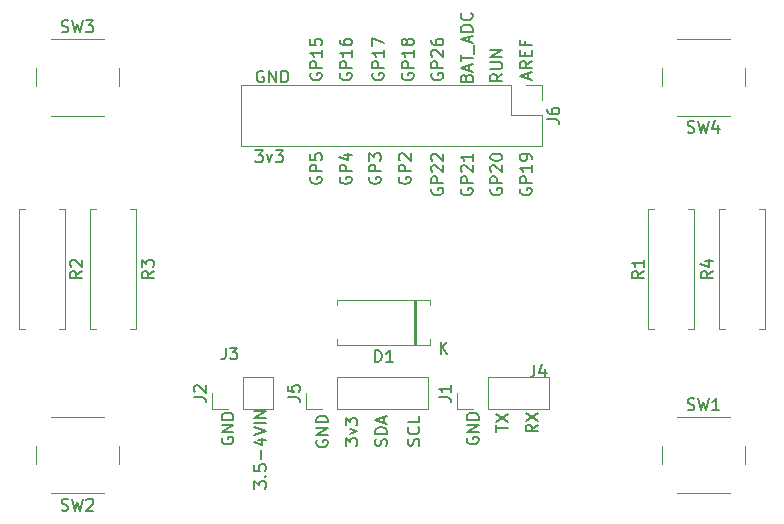
<source format=gbr>
%TF.GenerationSoftware,KiCad,Pcbnew,(6.0.5)*%
%TF.CreationDate,2023-09-26T15:27:10-04:00*%
%TF.ProjectId,lcd_128_io_board,6c63645f-3132-4385-9f69-6f5f626f6172,rev?*%
%TF.SameCoordinates,Original*%
%TF.FileFunction,Legend,Top*%
%TF.FilePolarity,Positive*%
%FSLAX46Y46*%
G04 Gerber Fmt 4.6, Leading zero omitted, Abs format (unit mm)*
G04 Created by KiCad (PCBNEW (6.0.5)) date 2023-09-26 15:27:10*
%MOMM*%
%LPD*%
G01*
G04 APERTURE LIST*
%ADD10C,0.150000*%
%ADD11C,0.120000*%
G04 APERTURE END LIST*
D10*
X133000000Y-106190476D02*
X132952380Y-106285714D01*
X132952380Y-106428571D01*
X133000000Y-106571428D01*
X133095238Y-106666666D01*
X133190476Y-106714285D01*
X133380952Y-106761904D01*
X133523809Y-106761904D01*
X133714285Y-106714285D01*
X133809523Y-106666666D01*
X133904761Y-106571428D01*
X133952380Y-106428571D01*
X133952380Y-106333333D01*
X133904761Y-106190476D01*
X133857142Y-106142857D01*
X133523809Y-106142857D01*
X133523809Y-106333333D01*
X133952380Y-105714285D02*
X132952380Y-105714285D01*
X132952380Y-105333333D01*
X133000000Y-105238095D01*
X133047619Y-105190476D01*
X133142857Y-105142857D01*
X133285714Y-105142857D01*
X133380952Y-105190476D01*
X133428571Y-105238095D01*
X133476190Y-105333333D01*
X133476190Y-105714285D01*
X133047619Y-104761904D02*
X133000000Y-104714285D01*
X132952380Y-104619047D01*
X132952380Y-104380952D01*
X133000000Y-104285714D01*
X133047619Y-104238095D01*
X133142857Y-104190476D01*
X133238095Y-104190476D01*
X133380952Y-104238095D01*
X133952380Y-104809523D01*
X133952380Y-104190476D01*
X133047619Y-103809523D02*
X133000000Y-103761904D01*
X132952380Y-103666666D01*
X132952380Y-103428571D01*
X133000000Y-103333333D01*
X133047619Y-103285714D01*
X133142857Y-103238095D01*
X133238095Y-103238095D01*
X133380952Y-103285714D01*
X133952380Y-103857142D01*
X133952380Y-103238095D01*
X125262188Y-96441319D02*
X125214568Y-96536557D01*
X125214568Y-96679414D01*
X125262188Y-96822271D01*
X125357426Y-96917509D01*
X125452664Y-96965128D01*
X125643140Y-97012747D01*
X125785997Y-97012747D01*
X125976473Y-96965128D01*
X126071711Y-96917509D01*
X126166949Y-96822271D01*
X126214568Y-96679414D01*
X126214568Y-96584176D01*
X126166949Y-96441319D01*
X126119330Y-96393700D01*
X125785997Y-96393700D01*
X125785997Y-96584176D01*
X126214568Y-95965128D02*
X125214568Y-95965128D01*
X125214568Y-95584176D01*
X125262188Y-95488938D01*
X125309807Y-95441319D01*
X125405045Y-95393700D01*
X125547902Y-95393700D01*
X125643140Y-95441319D01*
X125690759Y-95488938D01*
X125738378Y-95584176D01*
X125738378Y-95965128D01*
X126214568Y-94441319D02*
X126214568Y-95012747D01*
X126214568Y-94727033D02*
X125214568Y-94727033D01*
X125357426Y-94822271D01*
X125452664Y-94917509D01*
X125500283Y-95012747D01*
X125214568Y-93584176D02*
X125214568Y-93774652D01*
X125262188Y-93869890D01*
X125309807Y-93917509D01*
X125452664Y-94012747D01*
X125643140Y-94060366D01*
X126024092Y-94060366D01*
X126119330Y-94012747D01*
X126166949Y-93965128D01*
X126214568Y-93869890D01*
X126214568Y-93679414D01*
X126166949Y-93584176D01*
X126119330Y-93536557D01*
X126024092Y-93488938D01*
X125785997Y-93488938D01*
X125690759Y-93536557D01*
X125643140Y-93584176D01*
X125595521Y-93679414D01*
X125595521Y-93869890D01*
X125643140Y-93965128D01*
X125690759Y-94012747D01*
X125785997Y-94060366D01*
X127750000Y-105214285D02*
X127702380Y-105309523D01*
X127702380Y-105452380D01*
X127750000Y-105595238D01*
X127845238Y-105690476D01*
X127940476Y-105738095D01*
X128130952Y-105785714D01*
X128273809Y-105785714D01*
X128464285Y-105738095D01*
X128559523Y-105690476D01*
X128654761Y-105595238D01*
X128702380Y-105452380D01*
X128702380Y-105357142D01*
X128654761Y-105214285D01*
X128607142Y-105166666D01*
X128273809Y-105166666D01*
X128273809Y-105357142D01*
X128702380Y-104738095D02*
X127702380Y-104738095D01*
X127702380Y-104357142D01*
X127750000Y-104261904D01*
X127797619Y-104214285D01*
X127892857Y-104166666D01*
X128035714Y-104166666D01*
X128130952Y-104214285D01*
X128178571Y-104261904D01*
X128226190Y-104357142D01*
X128226190Y-104738095D01*
X127702380Y-103833333D02*
X127702380Y-103214285D01*
X128083333Y-103547619D01*
X128083333Y-103404761D01*
X128130952Y-103309523D01*
X128178571Y-103261904D01*
X128273809Y-103214285D01*
X128511904Y-103214285D01*
X128607142Y-103261904D01*
X128654761Y-103309523D01*
X128702380Y-103404761D01*
X128702380Y-103690476D01*
X128654761Y-103785714D01*
X128607142Y-103833333D01*
X135928571Y-96797619D02*
X135976190Y-96654761D01*
X136023809Y-96607142D01*
X136119047Y-96559523D01*
X136261904Y-96559523D01*
X136357142Y-96607142D01*
X136404761Y-96654761D01*
X136452380Y-96750000D01*
X136452380Y-97130952D01*
X135452380Y-97130952D01*
X135452380Y-96797619D01*
X135500000Y-96702380D01*
X135547619Y-96654761D01*
X135642857Y-96607142D01*
X135738095Y-96607142D01*
X135833333Y-96654761D01*
X135880952Y-96702380D01*
X135928571Y-96797619D01*
X135928571Y-97130952D01*
X136166666Y-96178571D02*
X136166666Y-95702380D01*
X136452380Y-96273809D02*
X135452380Y-95940476D01*
X136452380Y-95607142D01*
X135452380Y-95416666D02*
X135452380Y-94845238D01*
X136452380Y-95130952D02*
X135452380Y-95130952D01*
X136547619Y-94750000D02*
X136547619Y-93988095D01*
X136166666Y-93797619D02*
X136166666Y-93321428D01*
X136452380Y-93892857D02*
X135452380Y-93559523D01*
X136452380Y-93226190D01*
X136452380Y-92892857D02*
X135452380Y-92892857D01*
X135452380Y-92654761D01*
X135500000Y-92511904D01*
X135595238Y-92416666D01*
X135690476Y-92369047D01*
X135880952Y-92321428D01*
X136023809Y-92321428D01*
X136214285Y-92369047D01*
X136309523Y-92416666D01*
X136404761Y-92511904D01*
X136452380Y-92654761D01*
X136452380Y-92892857D01*
X136357142Y-91321428D02*
X136404761Y-91369047D01*
X136452380Y-91511904D01*
X136452380Y-91607142D01*
X136404761Y-91750000D01*
X136309523Y-91845238D01*
X136214285Y-91892857D01*
X136023809Y-91940476D01*
X135880952Y-91940476D01*
X135690476Y-91892857D01*
X135595238Y-91845238D01*
X135500000Y-91750000D01*
X135452380Y-91607142D01*
X135452380Y-91511904D01*
X135500000Y-91369047D01*
X135547619Y-91321428D01*
X135500000Y-106190476D02*
X135452380Y-106285714D01*
X135452380Y-106428571D01*
X135500000Y-106571428D01*
X135595238Y-106666666D01*
X135690476Y-106714285D01*
X135880952Y-106761904D01*
X136023809Y-106761904D01*
X136214285Y-106714285D01*
X136309523Y-106666666D01*
X136404761Y-106571428D01*
X136452380Y-106428571D01*
X136452380Y-106333333D01*
X136404761Y-106190476D01*
X136357142Y-106142857D01*
X136023809Y-106142857D01*
X136023809Y-106333333D01*
X136452380Y-105714285D02*
X135452380Y-105714285D01*
X135452380Y-105333333D01*
X135500000Y-105238095D01*
X135547619Y-105190476D01*
X135642857Y-105142857D01*
X135785714Y-105142857D01*
X135880952Y-105190476D01*
X135928571Y-105238095D01*
X135976190Y-105333333D01*
X135976190Y-105714285D01*
X135547619Y-104761904D02*
X135500000Y-104714285D01*
X135452380Y-104619047D01*
X135452380Y-104380952D01*
X135500000Y-104285714D01*
X135547619Y-104238095D01*
X135642857Y-104190476D01*
X135738095Y-104190476D01*
X135880952Y-104238095D01*
X136452380Y-104809523D01*
X136452380Y-104190476D01*
X136452380Y-103238095D02*
X136452380Y-103809523D01*
X136452380Y-103523809D02*
X135452380Y-103523809D01*
X135595238Y-103619047D01*
X135690476Y-103714285D01*
X135738095Y-103809523D01*
X130250000Y-105214285D02*
X130202380Y-105309523D01*
X130202380Y-105452380D01*
X130250000Y-105595238D01*
X130345238Y-105690476D01*
X130440476Y-105738095D01*
X130630952Y-105785714D01*
X130773809Y-105785714D01*
X130964285Y-105738095D01*
X131059523Y-105690476D01*
X131154761Y-105595238D01*
X131202380Y-105452380D01*
X131202380Y-105357142D01*
X131154761Y-105214285D01*
X131107142Y-105166666D01*
X130773809Y-105166666D01*
X130773809Y-105357142D01*
X131202380Y-104738095D02*
X130202380Y-104738095D01*
X130202380Y-104357142D01*
X130250000Y-104261904D01*
X130297619Y-104214285D01*
X130392857Y-104166666D01*
X130535714Y-104166666D01*
X130630952Y-104214285D01*
X130678571Y-104261904D01*
X130726190Y-104357142D01*
X130726190Y-104738095D01*
X130297619Y-103785714D02*
X130250000Y-103738095D01*
X130202380Y-103642857D01*
X130202380Y-103404761D01*
X130250000Y-103309523D01*
X130297619Y-103261904D01*
X130392857Y-103214285D01*
X130488095Y-103214285D01*
X130630952Y-103261904D01*
X131202380Y-103833333D01*
X131202380Y-103214285D01*
X118059523Y-102952380D02*
X118678571Y-102952380D01*
X118345238Y-103333333D01*
X118488095Y-103333333D01*
X118583333Y-103380952D01*
X118630952Y-103428571D01*
X118678571Y-103523809D01*
X118678571Y-103761904D01*
X118630952Y-103857142D01*
X118583333Y-103904761D01*
X118488095Y-103952380D01*
X118202380Y-103952380D01*
X118107142Y-103904761D01*
X118059523Y-103857142D01*
X119011904Y-103285714D02*
X119250000Y-103952380D01*
X119488095Y-103285714D01*
X119773809Y-102952380D02*
X120392857Y-102952380D01*
X120059523Y-103333333D01*
X120202380Y-103333333D01*
X120297619Y-103380952D01*
X120345238Y-103428571D01*
X120392857Y-103523809D01*
X120392857Y-103761904D01*
X120345238Y-103857142D01*
X120297619Y-103904761D01*
X120202380Y-103952380D01*
X119916666Y-103952380D01*
X119821428Y-103904761D01*
X119773809Y-103857142D01*
X117952380Y-131583333D02*
X117952380Y-130964285D01*
X118333333Y-131297619D01*
X118333333Y-131154761D01*
X118380952Y-131059523D01*
X118428571Y-131011904D01*
X118523809Y-130964285D01*
X118761904Y-130964285D01*
X118857142Y-131011904D01*
X118904761Y-131059523D01*
X118952380Y-131154761D01*
X118952380Y-131440476D01*
X118904761Y-131535714D01*
X118857142Y-131583333D01*
X118857142Y-130535714D02*
X118904761Y-130488095D01*
X118952380Y-130535714D01*
X118904761Y-130583333D01*
X118857142Y-130535714D01*
X118952380Y-130535714D01*
X117952380Y-129583333D02*
X117952380Y-130059523D01*
X118428571Y-130107142D01*
X118380952Y-130059523D01*
X118333333Y-129964285D01*
X118333333Y-129726190D01*
X118380952Y-129630952D01*
X118428571Y-129583333D01*
X118523809Y-129535714D01*
X118761904Y-129535714D01*
X118857142Y-129583333D01*
X118904761Y-129630952D01*
X118952380Y-129726190D01*
X118952380Y-129964285D01*
X118904761Y-130059523D01*
X118857142Y-130107142D01*
X118571428Y-129107142D02*
X118571428Y-128345238D01*
X118285714Y-127440476D02*
X118952380Y-127440476D01*
X117904761Y-127678571D02*
X118619047Y-127916666D01*
X118619047Y-127297619D01*
X117952380Y-127059523D02*
X118952380Y-126726190D01*
X117952380Y-126392857D01*
X118952380Y-126059523D02*
X117952380Y-126059523D01*
X118952380Y-125583333D02*
X117952380Y-125583333D01*
X118952380Y-125011904D01*
X117952380Y-125011904D01*
X130500000Y-96440476D02*
X130452380Y-96535714D01*
X130452380Y-96678571D01*
X130500000Y-96821428D01*
X130595238Y-96916666D01*
X130690476Y-96964285D01*
X130880952Y-97011904D01*
X131023809Y-97011904D01*
X131214285Y-96964285D01*
X131309523Y-96916666D01*
X131404761Y-96821428D01*
X131452380Y-96678571D01*
X131452380Y-96583333D01*
X131404761Y-96440476D01*
X131357142Y-96392857D01*
X131023809Y-96392857D01*
X131023809Y-96583333D01*
X131452380Y-95964285D02*
X130452380Y-95964285D01*
X130452380Y-95583333D01*
X130500000Y-95488095D01*
X130547619Y-95440476D01*
X130642857Y-95392857D01*
X130785714Y-95392857D01*
X130880952Y-95440476D01*
X130928571Y-95488095D01*
X130976190Y-95583333D01*
X130976190Y-95964285D01*
X131452380Y-94440476D02*
X131452380Y-95011904D01*
X131452380Y-94726190D02*
X130452380Y-94726190D01*
X130595238Y-94821428D01*
X130690476Y-94916666D01*
X130738095Y-95011904D01*
X130880952Y-93869047D02*
X130833333Y-93964285D01*
X130785714Y-94011904D01*
X130690476Y-94059523D01*
X130642857Y-94059523D01*
X130547619Y-94011904D01*
X130500000Y-93964285D01*
X130452380Y-93869047D01*
X130452380Y-93678571D01*
X130500000Y-93583333D01*
X130547619Y-93535714D01*
X130642857Y-93488095D01*
X130690476Y-93488095D01*
X130785714Y-93535714D01*
X130833333Y-93583333D01*
X130880952Y-93678571D01*
X130880952Y-93869047D01*
X130928571Y-93964285D01*
X130976190Y-94011904D01*
X131071428Y-94059523D01*
X131261904Y-94059523D01*
X131357142Y-94011904D01*
X131404761Y-93964285D01*
X131452380Y-93869047D01*
X131452380Y-93678571D01*
X131404761Y-93583333D01*
X131357142Y-93535714D01*
X131261904Y-93488095D01*
X131071428Y-93488095D01*
X130976190Y-93535714D01*
X130928571Y-93583333D01*
X130880952Y-93678571D01*
X118738095Y-96250000D02*
X118642857Y-96202380D01*
X118500000Y-96202380D01*
X118357142Y-96250000D01*
X118261904Y-96345238D01*
X118214285Y-96440476D01*
X118166666Y-96630952D01*
X118166666Y-96773809D01*
X118214285Y-96964285D01*
X118261904Y-97059523D01*
X118357142Y-97154761D01*
X118500000Y-97202380D01*
X118595238Y-97202380D01*
X118738095Y-97154761D01*
X118785714Y-97107142D01*
X118785714Y-96773809D01*
X118595238Y-96773809D01*
X119214285Y-97202380D02*
X119214285Y-96202380D01*
X119785714Y-97202380D01*
X119785714Y-96202380D01*
X120261904Y-97202380D02*
X120261904Y-96202380D01*
X120500000Y-96202380D01*
X120642857Y-96250000D01*
X120738095Y-96345238D01*
X120785714Y-96440476D01*
X120833333Y-96630952D01*
X120833333Y-96773809D01*
X120785714Y-96964285D01*
X120738095Y-97059523D01*
X120642857Y-97154761D01*
X120500000Y-97202380D01*
X120261904Y-97202380D01*
X141952380Y-126166666D02*
X141476190Y-126500000D01*
X141952380Y-126738095D02*
X140952380Y-126738095D01*
X140952380Y-126357142D01*
X141000000Y-126261904D01*
X141047619Y-126214285D01*
X141142857Y-126166666D01*
X141285714Y-126166666D01*
X141380952Y-126214285D01*
X141428571Y-126261904D01*
X141476190Y-126357142D01*
X141476190Y-126738095D01*
X140952380Y-125833333D02*
X141952380Y-125166666D01*
X140952380Y-125166666D02*
X141952380Y-125833333D01*
X140500000Y-106190476D02*
X140452380Y-106285714D01*
X140452380Y-106428571D01*
X140500000Y-106571428D01*
X140595238Y-106666666D01*
X140690476Y-106714285D01*
X140880952Y-106761904D01*
X141023809Y-106761904D01*
X141214285Y-106714285D01*
X141309523Y-106666666D01*
X141404761Y-106571428D01*
X141452380Y-106428571D01*
X141452380Y-106333333D01*
X141404761Y-106190476D01*
X141357142Y-106142857D01*
X141023809Y-106142857D01*
X141023809Y-106333333D01*
X141452380Y-105714285D02*
X140452380Y-105714285D01*
X140452380Y-105333333D01*
X140500000Y-105238095D01*
X140547619Y-105190476D01*
X140642857Y-105142857D01*
X140785714Y-105142857D01*
X140880952Y-105190476D01*
X140928571Y-105238095D01*
X140976190Y-105333333D01*
X140976190Y-105714285D01*
X141452380Y-104190476D02*
X141452380Y-104761904D01*
X141452380Y-104476190D02*
X140452380Y-104476190D01*
X140595238Y-104571428D01*
X140690476Y-104666666D01*
X140738095Y-104761904D01*
X141452380Y-103714285D02*
X141452380Y-103523809D01*
X141404761Y-103428571D01*
X141357142Y-103380952D01*
X141214285Y-103285714D01*
X141023809Y-103238095D01*
X140642857Y-103238095D01*
X140547619Y-103285714D01*
X140500000Y-103333333D01*
X140452380Y-103428571D01*
X140452380Y-103619047D01*
X140500000Y-103714285D01*
X140547619Y-103761904D01*
X140642857Y-103809523D01*
X140880952Y-103809523D01*
X140976190Y-103761904D01*
X141023809Y-103714285D01*
X141071428Y-103619047D01*
X141071428Y-103428571D01*
X141023809Y-103333333D01*
X140976190Y-103285714D01*
X140880952Y-103238095D01*
X122750000Y-96440476D02*
X122702380Y-96535714D01*
X122702380Y-96678571D01*
X122750000Y-96821428D01*
X122845238Y-96916666D01*
X122940476Y-96964285D01*
X123130952Y-97011904D01*
X123273809Y-97011904D01*
X123464285Y-96964285D01*
X123559523Y-96916666D01*
X123654761Y-96821428D01*
X123702380Y-96678571D01*
X123702380Y-96583333D01*
X123654761Y-96440476D01*
X123607142Y-96392857D01*
X123273809Y-96392857D01*
X123273809Y-96583333D01*
X123702380Y-95964285D02*
X122702380Y-95964285D01*
X122702380Y-95583333D01*
X122750000Y-95488095D01*
X122797619Y-95440476D01*
X122892857Y-95392857D01*
X123035714Y-95392857D01*
X123130952Y-95440476D01*
X123178571Y-95488095D01*
X123226190Y-95583333D01*
X123226190Y-95964285D01*
X123702380Y-94440476D02*
X123702380Y-95011904D01*
X123702380Y-94726190D02*
X122702380Y-94726190D01*
X122845238Y-94821428D01*
X122940476Y-94916666D01*
X122988095Y-95011904D01*
X122702380Y-93535714D02*
X122702380Y-94011904D01*
X123178571Y-94059523D01*
X123130952Y-94011904D01*
X123083333Y-93916666D01*
X123083333Y-93678571D01*
X123130952Y-93583333D01*
X123178571Y-93535714D01*
X123273809Y-93488095D01*
X123511904Y-93488095D01*
X123607142Y-93535714D01*
X123654761Y-93583333D01*
X123702380Y-93678571D01*
X123702380Y-93916666D01*
X123654761Y-94011904D01*
X123607142Y-94059523D01*
X131904761Y-127940476D02*
X131952380Y-127797619D01*
X131952380Y-127559523D01*
X131904761Y-127464285D01*
X131857142Y-127416666D01*
X131761904Y-127369047D01*
X131666666Y-127369047D01*
X131571428Y-127416666D01*
X131523809Y-127464285D01*
X131476190Y-127559523D01*
X131428571Y-127750000D01*
X131380952Y-127845238D01*
X131333333Y-127892857D01*
X131238095Y-127940476D01*
X131142857Y-127940476D01*
X131047619Y-127892857D01*
X131000000Y-127845238D01*
X130952380Y-127750000D01*
X130952380Y-127511904D01*
X131000000Y-127369047D01*
X131857142Y-126369047D02*
X131904761Y-126416666D01*
X131952380Y-126559523D01*
X131952380Y-126654761D01*
X131904761Y-126797619D01*
X131809523Y-126892857D01*
X131714285Y-126940476D01*
X131523809Y-126988095D01*
X131380952Y-126988095D01*
X131190476Y-126940476D01*
X131095238Y-126892857D01*
X131000000Y-126797619D01*
X130952380Y-126654761D01*
X130952380Y-126559523D01*
X131000000Y-126416666D01*
X131047619Y-126369047D01*
X131952380Y-125464285D02*
X131952380Y-125940476D01*
X130952380Y-125940476D01*
X125250000Y-105214285D02*
X125202380Y-105309523D01*
X125202380Y-105452380D01*
X125250000Y-105595238D01*
X125345238Y-105690476D01*
X125440476Y-105738095D01*
X125630952Y-105785714D01*
X125773809Y-105785714D01*
X125964285Y-105738095D01*
X126059523Y-105690476D01*
X126154761Y-105595238D01*
X126202380Y-105452380D01*
X126202380Y-105357142D01*
X126154761Y-105214285D01*
X126107142Y-105166666D01*
X125773809Y-105166666D01*
X125773809Y-105357142D01*
X126202380Y-104738095D02*
X125202380Y-104738095D01*
X125202380Y-104357142D01*
X125250000Y-104261904D01*
X125297619Y-104214285D01*
X125392857Y-104166666D01*
X125535714Y-104166666D01*
X125630952Y-104214285D01*
X125678571Y-104261904D01*
X125726190Y-104357142D01*
X125726190Y-104738095D01*
X125535714Y-103309523D02*
X126202380Y-103309523D01*
X125154761Y-103547619D02*
X125869047Y-103785714D01*
X125869047Y-103166666D01*
X138452380Y-126761904D02*
X138452380Y-126190476D01*
X139452380Y-126476190D02*
X138452380Y-126476190D01*
X138452380Y-125952380D02*
X139452380Y-125285714D01*
X138452380Y-125285714D02*
X139452380Y-125952380D01*
X125702380Y-127940476D02*
X125702380Y-127321428D01*
X126083333Y-127654761D01*
X126083333Y-127511904D01*
X126130952Y-127416666D01*
X126178571Y-127369047D01*
X126273809Y-127321428D01*
X126511904Y-127321428D01*
X126607142Y-127369047D01*
X126654761Y-127416666D01*
X126702380Y-127511904D01*
X126702380Y-127797619D01*
X126654761Y-127892857D01*
X126607142Y-127940476D01*
X126035714Y-126988095D02*
X126702380Y-126750000D01*
X126035714Y-126511904D01*
X125702380Y-126226190D02*
X125702380Y-125607142D01*
X126083333Y-125940476D01*
X126083333Y-125797619D01*
X126130952Y-125702380D01*
X126178571Y-125654761D01*
X126273809Y-125607142D01*
X126511904Y-125607142D01*
X126607142Y-125654761D01*
X126654761Y-125702380D01*
X126702380Y-125797619D01*
X126702380Y-126083333D01*
X126654761Y-126178571D01*
X126607142Y-126226190D01*
X129154761Y-127964285D02*
X129202380Y-127821428D01*
X129202380Y-127583333D01*
X129154761Y-127488095D01*
X129107142Y-127440476D01*
X129011904Y-127392857D01*
X128916666Y-127392857D01*
X128821428Y-127440476D01*
X128773809Y-127488095D01*
X128726190Y-127583333D01*
X128678571Y-127773809D01*
X128630952Y-127869047D01*
X128583333Y-127916666D01*
X128488095Y-127964285D01*
X128392857Y-127964285D01*
X128297619Y-127916666D01*
X128250000Y-127869047D01*
X128202380Y-127773809D01*
X128202380Y-127535714D01*
X128250000Y-127392857D01*
X129202380Y-126964285D02*
X128202380Y-126964285D01*
X128202380Y-126726190D01*
X128250000Y-126583333D01*
X128345238Y-126488095D01*
X128440476Y-126440476D01*
X128630952Y-126392857D01*
X128773809Y-126392857D01*
X128964285Y-126440476D01*
X129059523Y-126488095D01*
X129154761Y-126583333D01*
X129202380Y-126726190D01*
X129202380Y-126964285D01*
X128916666Y-126011904D02*
X128916666Y-125535714D01*
X129202380Y-126107142D02*
X128202380Y-125773809D01*
X129202380Y-125440476D01*
X133000000Y-96440476D02*
X132952380Y-96535714D01*
X132952380Y-96678571D01*
X133000000Y-96821428D01*
X133095238Y-96916666D01*
X133190476Y-96964285D01*
X133380952Y-97011904D01*
X133523809Y-97011904D01*
X133714285Y-96964285D01*
X133809523Y-96916666D01*
X133904761Y-96821428D01*
X133952380Y-96678571D01*
X133952380Y-96583333D01*
X133904761Y-96440476D01*
X133857142Y-96392857D01*
X133523809Y-96392857D01*
X133523809Y-96583333D01*
X133952380Y-95964285D02*
X132952380Y-95964285D01*
X132952380Y-95583333D01*
X133000000Y-95488095D01*
X133047619Y-95440476D01*
X133142857Y-95392857D01*
X133285714Y-95392857D01*
X133380952Y-95440476D01*
X133428571Y-95488095D01*
X133476190Y-95583333D01*
X133476190Y-95964285D01*
X133047619Y-95011904D02*
X133000000Y-94964285D01*
X132952380Y-94869047D01*
X132952380Y-94630952D01*
X133000000Y-94535714D01*
X133047619Y-94488095D01*
X133142857Y-94440476D01*
X133238095Y-94440476D01*
X133380952Y-94488095D01*
X133952380Y-95059523D01*
X133952380Y-94440476D01*
X132952380Y-93583333D02*
X132952380Y-93773809D01*
X133000000Y-93869047D01*
X133047619Y-93916666D01*
X133190476Y-94011904D01*
X133380952Y-94059523D01*
X133761904Y-94059523D01*
X133857142Y-94011904D01*
X133904761Y-93964285D01*
X133952380Y-93869047D01*
X133952380Y-93678571D01*
X133904761Y-93583333D01*
X133857142Y-93535714D01*
X133761904Y-93488095D01*
X133523809Y-93488095D01*
X133428571Y-93535714D01*
X133380952Y-93583333D01*
X133333333Y-93678571D01*
X133333333Y-93869047D01*
X133380952Y-93964285D01*
X133428571Y-94011904D01*
X133523809Y-94059523D01*
X115250000Y-127261904D02*
X115202380Y-127357142D01*
X115202380Y-127500000D01*
X115250000Y-127642857D01*
X115345238Y-127738095D01*
X115440476Y-127785714D01*
X115630952Y-127833333D01*
X115773809Y-127833333D01*
X115964285Y-127785714D01*
X116059523Y-127738095D01*
X116154761Y-127642857D01*
X116202380Y-127500000D01*
X116202380Y-127404761D01*
X116154761Y-127261904D01*
X116107142Y-127214285D01*
X115773809Y-127214285D01*
X115773809Y-127404761D01*
X116202380Y-126785714D02*
X115202380Y-126785714D01*
X116202380Y-126214285D01*
X115202380Y-126214285D01*
X116202380Y-125738095D02*
X115202380Y-125738095D01*
X115202380Y-125500000D01*
X115250000Y-125357142D01*
X115345238Y-125261904D01*
X115440476Y-125214285D01*
X115630952Y-125166666D01*
X115773809Y-125166666D01*
X115964285Y-125214285D01*
X116059523Y-125261904D01*
X116154761Y-125357142D01*
X116202380Y-125500000D01*
X116202380Y-125738095D01*
X123250000Y-127511904D02*
X123202380Y-127607142D01*
X123202380Y-127750000D01*
X123250000Y-127892857D01*
X123345238Y-127988095D01*
X123440476Y-128035714D01*
X123630952Y-128083333D01*
X123773809Y-128083333D01*
X123964285Y-128035714D01*
X124059523Y-127988095D01*
X124154761Y-127892857D01*
X124202380Y-127750000D01*
X124202380Y-127654761D01*
X124154761Y-127511904D01*
X124107142Y-127464285D01*
X123773809Y-127464285D01*
X123773809Y-127654761D01*
X124202380Y-127035714D02*
X123202380Y-127035714D01*
X124202380Y-126464285D01*
X123202380Y-126464285D01*
X124202380Y-125988095D02*
X123202380Y-125988095D01*
X123202380Y-125750000D01*
X123250000Y-125607142D01*
X123345238Y-125511904D01*
X123440476Y-125464285D01*
X123630952Y-125416666D01*
X123773809Y-125416666D01*
X123964285Y-125464285D01*
X124059523Y-125511904D01*
X124154761Y-125607142D01*
X124202380Y-125750000D01*
X124202380Y-125988095D01*
X138952380Y-96488095D02*
X138476190Y-96821428D01*
X138952380Y-97059523D02*
X137952380Y-97059523D01*
X137952380Y-96678571D01*
X138000000Y-96583333D01*
X138047619Y-96535714D01*
X138142857Y-96488095D01*
X138285714Y-96488095D01*
X138380952Y-96535714D01*
X138428571Y-96583333D01*
X138476190Y-96678571D01*
X138476190Y-97059523D01*
X137952380Y-96059523D02*
X138761904Y-96059523D01*
X138857142Y-96011904D01*
X138904761Y-95964285D01*
X138952380Y-95869047D01*
X138952380Y-95678571D01*
X138904761Y-95583333D01*
X138857142Y-95535714D01*
X138761904Y-95488095D01*
X137952380Y-95488095D01*
X138952380Y-95011904D02*
X137952380Y-95011904D01*
X138952380Y-94440476D01*
X137952380Y-94440476D01*
X122750000Y-105214285D02*
X122702380Y-105309523D01*
X122702380Y-105452380D01*
X122750000Y-105595238D01*
X122845238Y-105690476D01*
X122940476Y-105738095D01*
X123130952Y-105785714D01*
X123273809Y-105785714D01*
X123464285Y-105738095D01*
X123559523Y-105690476D01*
X123654761Y-105595238D01*
X123702380Y-105452380D01*
X123702380Y-105357142D01*
X123654761Y-105214285D01*
X123607142Y-105166666D01*
X123273809Y-105166666D01*
X123273809Y-105357142D01*
X123702380Y-104738095D02*
X122702380Y-104738095D01*
X122702380Y-104357142D01*
X122750000Y-104261904D01*
X122797619Y-104214285D01*
X122892857Y-104166666D01*
X123035714Y-104166666D01*
X123130952Y-104214285D01*
X123178571Y-104261904D01*
X123226190Y-104357142D01*
X123226190Y-104738095D01*
X122702380Y-103261904D02*
X122702380Y-103738095D01*
X123178571Y-103785714D01*
X123130952Y-103738095D01*
X123083333Y-103642857D01*
X123083333Y-103404761D01*
X123130952Y-103309523D01*
X123178571Y-103261904D01*
X123273809Y-103214285D01*
X123511904Y-103214285D01*
X123607142Y-103261904D01*
X123654761Y-103309523D01*
X123702380Y-103404761D01*
X123702380Y-103642857D01*
X123654761Y-103738095D01*
X123607142Y-103785714D01*
X128000000Y-96440476D02*
X127952380Y-96535714D01*
X127952380Y-96678571D01*
X128000000Y-96821428D01*
X128095238Y-96916666D01*
X128190476Y-96964285D01*
X128380952Y-97011904D01*
X128523809Y-97011904D01*
X128714285Y-96964285D01*
X128809523Y-96916666D01*
X128904761Y-96821428D01*
X128952380Y-96678571D01*
X128952380Y-96583333D01*
X128904761Y-96440476D01*
X128857142Y-96392857D01*
X128523809Y-96392857D01*
X128523809Y-96583333D01*
X128952380Y-95964285D02*
X127952380Y-95964285D01*
X127952380Y-95583333D01*
X128000000Y-95488095D01*
X128047619Y-95440476D01*
X128142857Y-95392857D01*
X128285714Y-95392857D01*
X128380952Y-95440476D01*
X128428571Y-95488095D01*
X128476190Y-95583333D01*
X128476190Y-95964285D01*
X128952380Y-94440476D02*
X128952380Y-95011904D01*
X128952380Y-94726190D02*
X127952380Y-94726190D01*
X128095238Y-94821428D01*
X128190476Y-94916666D01*
X128238095Y-95011904D01*
X127952380Y-94107142D02*
X127952380Y-93440476D01*
X128952380Y-93869047D01*
X136000000Y-127261904D02*
X135952380Y-127357142D01*
X135952380Y-127500000D01*
X136000000Y-127642857D01*
X136095238Y-127738095D01*
X136190476Y-127785714D01*
X136380952Y-127833333D01*
X136523809Y-127833333D01*
X136714285Y-127785714D01*
X136809523Y-127738095D01*
X136904761Y-127642857D01*
X136952380Y-127500000D01*
X136952380Y-127404761D01*
X136904761Y-127261904D01*
X136857142Y-127214285D01*
X136523809Y-127214285D01*
X136523809Y-127404761D01*
X136952380Y-126785714D02*
X135952380Y-126785714D01*
X136952380Y-126214285D01*
X135952380Y-126214285D01*
X136952380Y-125738095D02*
X135952380Y-125738095D01*
X135952380Y-125500000D01*
X136000000Y-125357142D01*
X136095238Y-125261904D01*
X136190476Y-125214285D01*
X136380952Y-125166666D01*
X136523809Y-125166666D01*
X136714285Y-125214285D01*
X136809523Y-125261904D01*
X136904761Y-125357142D01*
X136952380Y-125500000D01*
X136952380Y-125738095D01*
X141166666Y-96869047D02*
X141166666Y-96392857D01*
X141452380Y-96964285D02*
X140452380Y-96630952D01*
X141452380Y-96297619D01*
X141452380Y-95392857D02*
X140976190Y-95726190D01*
X141452380Y-95964285D02*
X140452380Y-95964285D01*
X140452380Y-95583333D01*
X140500000Y-95488095D01*
X140547619Y-95440476D01*
X140642857Y-95392857D01*
X140785714Y-95392857D01*
X140880952Y-95440476D01*
X140928571Y-95488095D01*
X140976190Y-95583333D01*
X140976190Y-95964285D01*
X140928571Y-94964285D02*
X140928571Y-94630952D01*
X141452380Y-94488095D02*
X141452380Y-94964285D01*
X140452380Y-94964285D01*
X140452380Y-94488095D01*
X140928571Y-93726190D02*
X140928571Y-94059523D01*
X141452380Y-94059523D02*
X140452380Y-94059523D01*
X140452380Y-93583333D01*
X138000000Y-106190476D02*
X137952380Y-106285714D01*
X137952380Y-106428571D01*
X138000000Y-106571428D01*
X138095238Y-106666666D01*
X138190476Y-106714285D01*
X138380952Y-106761904D01*
X138523809Y-106761904D01*
X138714285Y-106714285D01*
X138809523Y-106666666D01*
X138904761Y-106571428D01*
X138952380Y-106428571D01*
X138952380Y-106333333D01*
X138904761Y-106190476D01*
X138857142Y-106142857D01*
X138523809Y-106142857D01*
X138523809Y-106333333D01*
X138952380Y-105714285D02*
X137952380Y-105714285D01*
X137952380Y-105333333D01*
X138000000Y-105238095D01*
X138047619Y-105190476D01*
X138142857Y-105142857D01*
X138285714Y-105142857D01*
X138380952Y-105190476D01*
X138428571Y-105238095D01*
X138476190Y-105333333D01*
X138476190Y-105714285D01*
X138047619Y-104761904D02*
X138000000Y-104714285D01*
X137952380Y-104619047D01*
X137952380Y-104380952D01*
X138000000Y-104285714D01*
X138047619Y-104238095D01*
X138142857Y-104190476D01*
X138238095Y-104190476D01*
X138380952Y-104238095D01*
X138952380Y-104809523D01*
X138952380Y-104190476D01*
X137952380Y-103571428D02*
X137952380Y-103476190D01*
X138000000Y-103380952D01*
X138047619Y-103333333D01*
X138142857Y-103285714D01*
X138333333Y-103238095D01*
X138571428Y-103238095D01*
X138761904Y-103285714D01*
X138857142Y-103333333D01*
X138904761Y-103380952D01*
X138952380Y-103476190D01*
X138952380Y-103571428D01*
X138904761Y-103666666D01*
X138857142Y-103714285D01*
X138761904Y-103761904D01*
X138571428Y-103809523D01*
X138333333Y-103809523D01*
X138142857Y-103761904D01*
X138047619Y-103714285D01*
X138000000Y-103666666D01*
X137952380Y-103571428D01*
%TO.C,SW1*%
X154666666Y-124904761D02*
X154809523Y-124952380D01*
X155047619Y-124952380D01*
X155142857Y-124904761D01*
X155190476Y-124857142D01*
X155238095Y-124761904D01*
X155238095Y-124666666D01*
X155190476Y-124571428D01*
X155142857Y-124523809D01*
X155047619Y-124476190D01*
X154857142Y-124428571D01*
X154761904Y-124380952D01*
X154714285Y-124333333D01*
X154666666Y-124238095D01*
X154666666Y-124142857D01*
X154714285Y-124047619D01*
X154761904Y-124000000D01*
X154857142Y-123952380D01*
X155095238Y-123952380D01*
X155238095Y-124000000D01*
X155571428Y-123952380D02*
X155809523Y-124952380D01*
X156000000Y-124238095D01*
X156190476Y-124952380D01*
X156428571Y-123952380D01*
X157333333Y-124952380D02*
X156761904Y-124952380D01*
X157047619Y-124952380D02*
X157047619Y-123952380D01*
X156952380Y-124095238D01*
X156857142Y-124190476D01*
X156761904Y-124238095D01*
%TO.C,J5*%
X120822380Y-123833333D02*
X121536666Y-123833333D01*
X121679523Y-123880952D01*
X121774761Y-123976190D01*
X121822380Y-124119047D01*
X121822380Y-124214285D01*
X120822380Y-122880952D02*
X120822380Y-123357142D01*
X121298571Y-123404761D01*
X121250952Y-123357142D01*
X121203333Y-123261904D01*
X121203333Y-123023809D01*
X121250952Y-122928571D01*
X121298571Y-122880952D01*
X121393809Y-122833333D01*
X121631904Y-122833333D01*
X121727142Y-122880952D01*
X121774761Y-122928571D01*
X121822380Y-123023809D01*
X121822380Y-123261904D01*
X121774761Y-123357142D01*
X121727142Y-123404761D01*
%TO.C,R4*%
X156782380Y-113166666D02*
X156306190Y-113500000D01*
X156782380Y-113738095D02*
X155782380Y-113738095D01*
X155782380Y-113357142D01*
X155830000Y-113261904D01*
X155877619Y-113214285D01*
X155972857Y-113166666D01*
X156115714Y-113166666D01*
X156210952Y-113214285D01*
X156258571Y-113261904D01*
X156306190Y-113357142D01*
X156306190Y-113738095D01*
X156115714Y-112309523D02*
X156782380Y-112309523D01*
X155734761Y-112547619D02*
X156449047Y-112785714D01*
X156449047Y-112166666D01*
%TO.C,SW3*%
X101666666Y-92904761D02*
X101809523Y-92952380D01*
X102047619Y-92952380D01*
X102142857Y-92904761D01*
X102190476Y-92857142D01*
X102238095Y-92761904D01*
X102238095Y-92666666D01*
X102190476Y-92571428D01*
X102142857Y-92523809D01*
X102047619Y-92476190D01*
X101857142Y-92428571D01*
X101761904Y-92380952D01*
X101714285Y-92333333D01*
X101666666Y-92238095D01*
X101666666Y-92142857D01*
X101714285Y-92047619D01*
X101761904Y-92000000D01*
X101857142Y-91952380D01*
X102095238Y-91952380D01*
X102238095Y-92000000D01*
X102571428Y-91952380D02*
X102809523Y-92952380D01*
X103000000Y-92238095D01*
X103190476Y-92952380D01*
X103428571Y-91952380D01*
X103714285Y-91952380D02*
X104333333Y-91952380D01*
X104000000Y-92333333D01*
X104142857Y-92333333D01*
X104238095Y-92380952D01*
X104285714Y-92428571D01*
X104333333Y-92523809D01*
X104333333Y-92761904D01*
X104285714Y-92857142D01*
X104238095Y-92904761D01*
X104142857Y-92952380D01*
X103857142Y-92952380D01*
X103761904Y-92904761D01*
X103714285Y-92857142D01*
%TO.C,J6*%
X142782380Y-100328333D02*
X143496666Y-100328333D01*
X143639523Y-100375952D01*
X143734761Y-100471190D01*
X143782380Y-100614047D01*
X143782380Y-100709285D01*
X142782380Y-99423571D02*
X142782380Y-99614047D01*
X142830000Y-99709285D01*
X142877619Y-99756904D01*
X143020476Y-99852142D01*
X143210952Y-99899761D01*
X143591904Y-99899761D01*
X143687142Y-99852142D01*
X143734761Y-99804523D01*
X143782380Y-99709285D01*
X143782380Y-99518809D01*
X143734761Y-99423571D01*
X143687142Y-99375952D01*
X143591904Y-99328333D01*
X143353809Y-99328333D01*
X143258571Y-99375952D01*
X143210952Y-99423571D01*
X143163333Y-99518809D01*
X143163333Y-99709285D01*
X143210952Y-99804523D01*
X143258571Y-99852142D01*
X143353809Y-99899761D01*
%TO.C,D1*%
X128181904Y-120872380D02*
X128181904Y-119872380D01*
X128420000Y-119872380D01*
X128562857Y-119920000D01*
X128658095Y-120015238D01*
X128705714Y-120110476D01*
X128753333Y-120300952D01*
X128753333Y-120443809D01*
X128705714Y-120634285D01*
X128658095Y-120729523D01*
X128562857Y-120824761D01*
X128420000Y-120872380D01*
X128181904Y-120872380D01*
X129705714Y-120872380D02*
X129134285Y-120872380D01*
X129420000Y-120872380D02*
X129420000Y-119872380D01*
X129324761Y-120015238D01*
X129229523Y-120110476D01*
X129134285Y-120158095D01*
X133738095Y-120152380D02*
X133738095Y-119152380D01*
X134309523Y-120152380D02*
X133880952Y-119580952D01*
X134309523Y-119152380D02*
X133738095Y-119723809D01*
%TO.C,J1*%
X133597380Y-123833333D02*
X134311666Y-123833333D01*
X134454523Y-123880952D01*
X134549761Y-123976190D01*
X134597380Y-124119047D01*
X134597380Y-124214285D01*
X134597380Y-122833333D02*
X134597380Y-123404761D01*
X134597380Y-123119047D02*
X133597380Y-123119047D01*
X133740238Y-123214285D01*
X133835476Y-123309523D01*
X133883095Y-123404761D01*
%TO.C,J2*%
X112847380Y-123833333D02*
X113561666Y-123833333D01*
X113704523Y-123880952D01*
X113799761Y-123976190D01*
X113847380Y-124119047D01*
X113847380Y-124214285D01*
X112942619Y-123404761D02*
X112895000Y-123357142D01*
X112847380Y-123261904D01*
X112847380Y-123023809D01*
X112895000Y-122928571D01*
X112942619Y-122880952D01*
X113037857Y-122833333D01*
X113133095Y-122833333D01*
X113275952Y-122880952D01*
X113847380Y-123452380D01*
X113847380Y-122833333D01*
%TO.C,R1*%
X150952380Y-113166666D02*
X150476190Y-113500000D01*
X150952380Y-113738095D02*
X149952380Y-113738095D01*
X149952380Y-113357142D01*
X150000000Y-113261904D01*
X150047619Y-113214285D01*
X150142857Y-113166666D01*
X150285714Y-113166666D01*
X150380952Y-113214285D01*
X150428571Y-113261904D01*
X150476190Y-113357142D01*
X150476190Y-113738095D01*
X150952380Y-112214285D02*
X150952380Y-112785714D01*
X150952380Y-112500000D02*
X149952380Y-112500000D01*
X150095238Y-112595238D01*
X150190476Y-112690476D01*
X150238095Y-112785714D01*
%TO.C,SW4*%
X154666666Y-101404761D02*
X154809523Y-101452380D01*
X155047619Y-101452380D01*
X155142857Y-101404761D01*
X155190476Y-101357142D01*
X155238095Y-101261904D01*
X155238095Y-101166666D01*
X155190476Y-101071428D01*
X155142857Y-101023809D01*
X155047619Y-100976190D01*
X154857142Y-100928571D01*
X154761904Y-100880952D01*
X154714285Y-100833333D01*
X154666666Y-100738095D01*
X154666666Y-100642857D01*
X154714285Y-100547619D01*
X154761904Y-100500000D01*
X154857142Y-100452380D01*
X155095238Y-100452380D01*
X155238095Y-100500000D01*
X155571428Y-100452380D02*
X155809523Y-101452380D01*
X156000000Y-100738095D01*
X156190476Y-101452380D01*
X156428571Y-100452380D01*
X157238095Y-100785714D02*
X157238095Y-101452380D01*
X157000000Y-100404761D02*
X156761904Y-101119047D01*
X157380952Y-101119047D01*
%TO.C,R3*%
X109452380Y-113166666D02*
X108976190Y-113500000D01*
X109452380Y-113738095D02*
X108452380Y-113738095D01*
X108452380Y-113357142D01*
X108500000Y-113261904D01*
X108547619Y-113214285D01*
X108642857Y-113166666D01*
X108785714Y-113166666D01*
X108880952Y-113214285D01*
X108928571Y-113261904D01*
X108976190Y-113357142D01*
X108976190Y-113738095D01*
X108452380Y-112833333D02*
X108452380Y-112214285D01*
X108833333Y-112547619D01*
X108833333Y-112404761D01*
X108880952Y-112309523D01*
X108928571Y-112261904D01*
X109023809Y-112214285D01*
X109261904Y-112214285D01*
X109357142Y-112261904D01*
X109404761Y-112309523D01*
X109452380Y-112404761D01*
X109452380Y-112690476D01*
X109404761Y-112785714D01*
X109357142Y-112833333D01*
%TO.C,R2*%
X103372380Y-113166666D02*
X102896190Y-113500000D01*
X103372380Y-113738095D02*
X102372380Y-113738095D01*
X102372380Y-113357142D01*
X102420000Y-113261904D01*
X102467619Y-113214285D01*
X102562857Y-113166666D01*
X102705714Y-113166666D01*
X102800952Y-113214285D01*
X102848571Y-113261904D01*
X102896190Y-113357142D01*
X102896190Y-113738095D01*
X102467619Y-112785714D02*
X102420000Y-112738095D01*
X102372380Y-112642857D01*
X102372380Y-112404761D01*
X102420000Y-112309523D01*
X102467619Y-112261904D01*
X102562857Y-112214285D01*
X102658095Y-112214285D01*
X102800952Y-112261904D01*
X103372380Y-112833333D01*
X103372380Y-112214285D01*
%TO.C,SW2*%
X101666666Y-133404761D02*
X101809523Y-133452380D01*
X102047619Y-133452380D01*
X102142857Y-133404761D01*
X102190476Y-133357142D01*
X102238095Y-133261904D01*
X102238095Y-133166666D01*
X102190476Y-133071428D01*
X102142857Y-133023809D01*
X102047619Y-132976190D01*
X101857142Y-132928571D01*
X101761904Y-132880952D01*
X101714285Y-132833333D01*
X101666666Y-132738095D01*
X101666666Y-132642857D01*
X101714285Y-132547619D01*
X101761904Y-132500000D01*
X101857142Y-132452380D01*
X102095238Y-132452380D01*
X102238095Y-132500000D01*
X102571428Y-132452380D02*
X102809523Y-133452380D01*
X103000000Y-132738095D01*
X103190476Y-133452380D01*
X103428571Y-132452380D01*
X103761904Y-132547619D02*
X103809523Y-132500000D01*
X103904761Y-132452380D01*
X104142857Y-132452380D01*
X104238095Y-132500000D01*
X104285714Y-132547619D01*
X104333333Y-132642857D01*
X104333333Y-132738095D01*
X104285714Y-132880952D01*
X103714285Y-133452380D01*
X104333333Y-133452380D01*
%TO.C,J3*%
X115531666Y-119647380D02*
X115531666Y-120361666D01*
X115484047Y-120504523D01*
X115388809Y-120599761D01*
X115245952Y-120647380D01*
X115150714Y-120647380D01*
X115912619Y-119647380D02*
X116531666Y-119647380D01*
X116198333Y-120028333D01*
X116341190Y-120028333D01*
X116436428Y-120075952D01*
X116484047Y-120123571D01*
X116531666Y-120218809D01*
X116531666Y-120456904D01*
X116484047Y-120552142D01*
X116436428Y-120599761D01*
X116341190Y-120647380D01*
X116055476Y-120647380D01*
X115960238Y-120599761D01*
X115912619Y-120552142D01*
%TO.C,J4*%
X141676666Y-121122380D02*
X141676666Y-121836666D01*
X141629047Y-121979523D01*
X141533809Y-122074761D01*
X141390952Y-122122380D01*
X141295714Y-122122380D01*
X142581428Y-121455714D02*
X142581428Y-122122380D01*
X142343333Y-121074761D02*
X142105238Y-121789047D01*
X142724285Y-121789047D01*
D11*
%TO.C,SW1*%
X159500000Y-129500000D02*
X159500000Y-128000000D01*
X153750000Y-132000000D02*
X158250000Y-132000000D01*
X152500000Y-128000000D02*
X152500000Y-129500000D01*
X158250000Y-125500000D02*
X153750000Y-125500000D01*
%TO.C,J5*%
X124970000Y-124830000D02*
X124970000Y-122170000D01*
X123700000Y-124830000D02*
X122370000Y-124830000D01*
X132650000Y-124830000D02*
X132650000Y-122170000D01*
X124970000Y-122170000D02*
X132650000Y-122170000D01*
X122370000Y-124830000D02*
X122370000Y-123500000D01*
X124970000Y-124830000D02*
X132650000Y-124830000D01*
%TO.C,R4*%
X157330000Y-107930000D02*
X157810000Y-107930000D01*
X157330000Y-118070000D02*
X157330000Y-107930000D01*
X157810000Y-118070000D02*
X157330000Y-118070000D01*
X161170000Y-118070000D02*
X161170000Y-107930000D01*
X160690000Y-118070000D02*
X161170000Y-118070000D01*
X161170000Y-107930000D02*
X160690000Y-107930000D01*
%TO.C,SW3*%
X106500000Y-97500000D02*
X106500000Y-96000000D01*
X105250000Y-93500000D02*
X100750000Y-93500000D01*
X100750000Y-100000000D02*
X105250000Y-100000000D01*
X99500000Y-96000000D02*
X99500000Y-97500000D01*
%TO.C,J6*%
X139730000Y-99995000D02*
X142330000Y-99995000D01*
X139730000Y-97395000D02*
X116810000Y-97395000D01*
X141000000Y-97395000D02*
X142330000Y-97395000D01*
X142330000Y-97395000D02*
X142330000Y-98725000D01*
X139730000Y-97395000D02*
X139730000Y-99995000D01*
X142330000Y-102595000D02*
X116810000Y-102595000D01*
X142330000Y-99995000D02*
X142330000Y-102595000D01*
X116810000Y-97395000D02*
X116810000Y-102595000D01*
%TO.C,D1*%
X131580000Y-119420000D02*
X131580000Y-115580000D01*
X132840000Y-115580000D02*
X125000000Y-115580000D01*
X131460000Y-119420000D02*
X131460000Y-115580000D01*
X125000000Y-119420000D02*
X125000000Y-118940000D01*
X132840000Y-118940000D02*
X132840000Y-119420000D01*
X125000000Y-115580000D02*
X125000000Y-116060000D01*
X131700000Y-119420000D02*
X131700000Y-115580000D01*
X132840000Y-119420000D02*
X125000000Y-119420000D01*
X132840000Y-116060000D02*
X132840000Y-115580000D01*
%TO.C,J1*%
X136475000Y-124830000D02*
X135145000Y-124830000D01*
X137745000Y-124830000D02*
X142885000Y-124830000D01*
X137745000Y-124830000D02*
X137745000Y-122170000D01*
X137745000Y-122170000D02*
X142885000Y-122170000D01*
X135145000Y-124830000D02*
X135145000Y-123500000D01*
X142885000Y-124830000D02*
X142885000Y-122170000D01*
%TO.C,J2*%
X116995000Y-124830000D02*
X119595000Y-124830000D01*
X114395000Y-124830000D02*
X114395000Y-123500000D01*
X116995000Y-124830000D02*
X116995000Y-122170000D01*
X116995000Y-122170000D02*
X119595000Y-122170000D01*
X119595000Y-124830000D02*
X119595000Y-122170000D01*
X115725000Y-124830000D02*
X114395000Y-124830000D01*
%TO.C,R1*%
X155170000Y-107930000D02*
X155170000Y-118070000D01*
X151810000Y-107930000D02*
X151330000Y-107930000D01*
X151330000Y-107930000D02*
X151330000Y-118070000D01*
X155170000Y-118070000D02*
X154690000Y-118070000D01*
X151330000Y-118070000D02*
X151810000Y-118070000D01*
X154690000Y-107930000D02*
X155170000Y-107930000D01*
%TO.C,SW4*%
X159500000Y-97500000D02*
X159500000Y-96000000D01*
X152500000Y-96000000D02*
X152500000Y-97500000D01*
X153750000Y-100000000D02*
X158250000Y-100000000D01*
X158250000Y-93500000D02*
X153750000Y-93500000D01*
%TO.C,R3*%
X104080000Y-118070000D02*
X104080000Y-107930000D01*
X104080000Y-107930000D02*
X104560000Y-107930000D01*
X107440000Y-118070000D02*
X107920000Y-118070000D01*
X107920000Y-118070000D02*
X107920000Y-107930000D01*
X107920000Y-107930000D02*
X107440000Y-107930000D01*
X104560000Y-118070000D02*
X104080000Y-118070000D01*
%TO.C,R2*%
X101920000Y-107930000D02*
X101920000Y-118070000D01*
X98080000Y-107930000D02*
X98080000Y-118070000D01*
X98560000Y-107930000D02*
X98080000Y-107930000D01*
X98080000Y-118070000D02*
X98560000Y-118070000D01*
X101920000Y-118070000D02*
X101440000Y-118070000D01*
X101440000Y-107930000D02*
X101920000Y-107930000D01*
%TO.C,SW2*%
X100750000Y-132000000D02*
X105250000Y-132000000D01*
X106500000Y-129500000D02*
X106500000Y-128000000D01*
X99500000Y-128000000D02*
X99500000Y-129500000D01*
X105250000Y-125500000D02*
X100750000Y-125500000D01*
%TD*%
M02*

</source>
